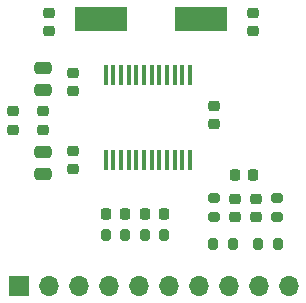
<source format=gbr>
%TF.GenerationSoftware,KiCad,Pcbnew,7.0.7*%
%TF.CreationDate,2025-04-13T10:38:35+09:30*%
%TF.ProjectId,MCP3909_Breakout,4d435033-3930-4395-9f42-7265616b6f75,rev?*%
%TF.SameCoordinates,Original*%
%TF.FileFunction,Soldermask,Top*%
%TF.FilePolarity,Negative*%
%FSLAX46Y46*%
G04 Gerber Fmt 4.6, Leading zero omitted, Abs format (unit mm)*
G04 Created by KiCad (PCBNEW 7.0.7) date 2025-04-13 10:38:35*
%MOMM*%
%LPD*%
G01*
G04 APERTURE LIST*
G04 Aperture macros list*
%AMRoundRect*
0 Rectangle with rounded corners*
0 $1 Rounding radius*
0 $2 $3 $4 $5 $6 $7 $8 $9 X,Y pos of 4 corners*
0 Add a 4 corners polygon primitive as box body*
4,1,4,$2,$3,$4,$5,$6,$7,$8,$9,$2,$3,0*
0 Add four circle primitives for the rounded corners*
1,1,$1+$1,$2,$3*
1,1,$1+$1,$4,$5*
1,1,$1+$1,$6,$7*
1,1,$1+$1,$8,$9*
0 Add four rect primitives between the rounded corners*
20,1,$1+$1,$2,$3,$4,$5,0*
20,1,$1+$1,$4,$5,$6,$7,0*
20,1,$1+$1,$6,$7,$8,$9,0*
20,1,$1+$1,$8,$9,$2,$3,0*%
G04 Aperture macros list end*
%ADD10RoundRect,0.225000X-0.250000X0.225000X-0.250000X-0.225000X0.250000X-0.225000X0.250000X0.225000X0*%
%ADD11RoundRect,0.200000X0.200000X0.275000X-0.200000X0.275000X-0.200000X-0.275000X0.200000X-0.275000X0*%
%ADD12RoundRect,0.200000X0.275000X-0.200000X0.275000X0.200000X-0.275000X0.200000X-0.275000X-0.200000X0*%
%ADD13RoundRect,0.250000X-0.475000X0.250000X-0.475000X-0.250000X0.475000X-0.250000X0.475000X0.250000X0*%
%ADD14RoundRect,0.200000X-0.200000X-0.275000X0.200000X-0.275000X0.200000X0.275000X-0.200000X0.275000X0*%
%ADD15RoundRect,0.225000X0.225000X0.250000X-0.225000X0.250000X-0.225000X-0.250000X0.225000X-0.250000X0*%
%ADD16R,1.700000X1.700000*%
%ADD17O,1.700000X1.700000*%
%ADD18R,4.500000X2.000000*%
%ADD19RoundRect,0.218750X-0.256250X0.218750X-0.256250X-0.218750X0.256250X-0.218750X0.256250X0.218750X0*%
%ADD20RoundRect,0.225000X0.250000X-0.225000X0.250000X0.225000X-0.250000X0.225000X-0.250000X-0.225000X0*%
%ADD21R,0.450000X1.750000*%
G04 APERTURE END LIST*
D10*
%TO.C,C9*%
X151892000Y-88887000D03*
X151892000Y-90437000D03*
%TD*%
D11*
%TO.C,R4*%
X141096000Y-107696000D03*
X139446000Y-107696000D03*
%TD*%
D12*
%TO.C,R5*%
X153924000Y-106235000D03*
X153924000Y-104585000D03*
%TD*%
D13*
%TO.C,C8*%
X134112000Y-93538000D03*
X134112000Y-95438000D03*
%TD*%
D14*
%TO.C,R1*%
X148527000Y-108458000D03*
X150177000Y-108458000D03*
%TD*%
D10*
%TO.C,C7*%
X136652000Y-93967000D03*
X136652000Y-95517000D03*
%TD*%
D12*
%TO.C,R6*%
X148590000Y-106235000D03*
X148590000Y-104585000D03*
%TD*%
D10*
%TO.C,C10*%
X134620000Y-88887000D03*
X134620000Y-90437000D03*
%TD*%
D15*
%TO.C,C5*%
X151905000Y-102616000D03*
X150355000Y-102616000D03*
%TD*%
D13*
%TO.C,C11*%
X134112000Y-100650000D03*
X134112000Y-102550000D03*
%TD*%
D15*
%TO.C,C3*%
X144348000Y-105918000D03*
X142798000Y-105918000D03*
%TD*%
D16*
%TO.C,J1*%
X132080000Y-112014000D03*
D17*
X134620000Y-112014000D03*
X137160000Y-112014000D03*
X139700000Y-112014000D03*
X142240000Y-112014000D03*
X144780000Y-112014000D03*
X147320000Y-112014000D03*
X149860000Y-112014000D03*
X152400000Y-112014000D03*
X154940000Y-112014000D03*
%TD*%
D10*
%TO.C,C6*%
X148590000Y-96761000D03*
X148590000Y-98311000D03*
%TD*%
D18*
%TO.C,Y1*%
X147506000Y-89408000D03*
X139006000Y-89408000D03*
%TD*%
D14*
%TO.C,R3*%
X142748000Y-107696000D03*
X144398000Y-107696000D03*
%TD*%
D19*
%TO.C,FB1*%
X134112000Y-97256500D03*
X134112000Y-98831500D03*
%TD*%
D10*
%TO.C,C1*%
X152146000Y-104635000D03*
X152146000Y-106185000D03*
%TD*%
D20*
%TO.C,C2*%
X150368000Y-106185000D03*
X150368000Y-104635000D03*
%TD*%
D19*
%TO.C,FB2*%
X131572000Y-97256500D03*
X131572000Y-98831500D03*
%TD*%
D15*
%TO.C,C4*%
X141046000Y-105918000D03*
X139496000Y-105918000D03*
%TD*%
D21*
%TO.C,U1*%
X139427000Y-101390000D03*
X140077000Y-101390000D03*
X140727000Y-101390000D03*
X141377000Y-101390000D03*
X142027000Y-101390000D03*
X142677000Y-101390000D03*
X143327000Y-101390000D03*
X143977000Y-101390000D03*
X144627000Y-101390000D03*
X145277000Y-101390000D03*
X145927000Y-101390000D03*
X146577000Y-101390000D03*
X146577000Y-94190000D03*
X145927000Y-94190000D03*
X145277000Y-94190000D03*
X144627000Y-94190000D03*
X143977000Y-94190000D03*
X143327000Y-94190000D03*
X142677000Y-94190000D03*
X142027000Y-94190000D03*
X141377000Y-94190000D03*
X140727000Y-94190000D03*
X140077000Y-94190000D03*
X139427000Y-94190000D03*
%TD*%
D10*
%TO.C,C12*%
X136652000Y-100571000D03*
X136652000Y-102121000D03*
%TD*%
D14*
%TO.C,R2*%
X152337000Y-108458000D03*
X153987000Y-108458000D03*
%TD*%
M02*

</source>
